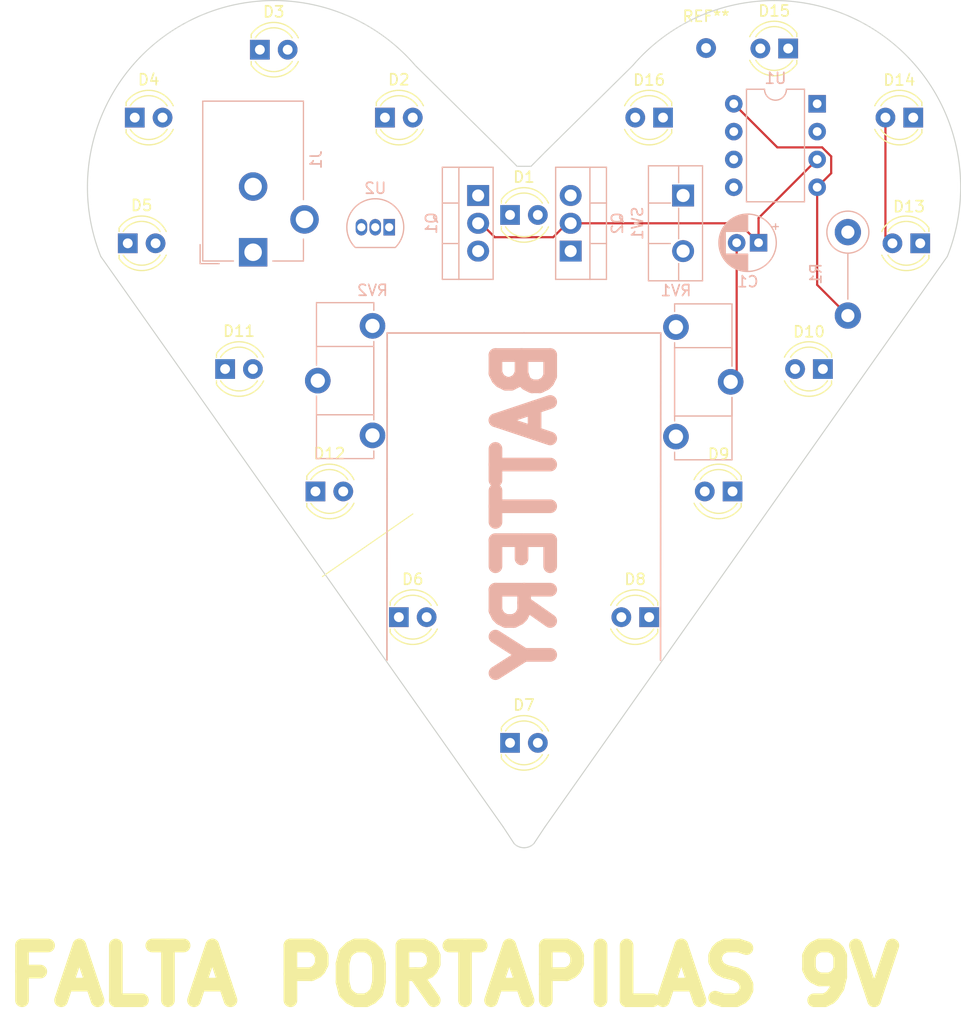
<source format=kicad_pcb>
(kicad_pcb (version 20221018) (generator pcbnew)
  (layers (0 "F.Cu" signal) (31 "B.Cu" signal) (34 "B.Paste" user) (35 "F.Paste" user) (36 "B.SilkS" user "B.Silkscreen") (37 "F.SilkS" user "F.Silkscreen") (38 "B.Mask" user) (39 "F.Mask" user) (44 "Edge.Cuts" user))
  (net 0 "")
  (net 1 "Net-(D1-K)")
  (net 2 "Net-(D1-A)")
  (net 3 "Net-(D2-K)")
  (net 4 "Net-(D3-K)")
  (net 5 "Net-(D4-K)")
  (net 6 "Net-(D5-K)")
  (net 7 "Net-(D10-A)")
  (net 8 "Net-(U2-VI)")
  (net 9 "Net-(SW2-A)")
  (net 14 "Net-(D11-K)")
  (net 15 "Net-(D12-K)")
  (net 16 "Net-(SW2-B)")
  (net 17 "Net-(D15-K)")
  (net 18 "Net-(D15-A)")
  (net 19 "Net-(D16-K)")
  (net 20 "Net-(D16-A)")
  (net 43 "Net-(SW1-A)")
  (footprint "LED_THT:LED_D4.0mm" (layer "F.Cu") (at 125.09 84.94)
    (fp_text reference "D12" (at 1.27 -3.46) (layer "F.SilkS"))
    (fp_text value "LED")
    (fp_line (start -0.79 -1.399) (end -0.79 -1.08) (stroke (width 0.12)) (layer "F.SilkS"))
    (fp_line (start -0.79 1.08) (end -0.79 1.399) (stroke (width 0.12)) (layer "F.SilkS"))
    (fp_arc (start -0.79 -1.398749) (mid 1.453519 -2.483228) (end 3.513242 -1.080724) (stroke (width 0.12)) (layer "F.SilkS"))
    (fp_arc (start -0.41333 -1.08) (mid 1.269429 -2) (end 2.952713 -1.080961) (stroke (width 0.12)) (layer "F.SilkS"))
    (fp_arc (start 2.952713 1.080961) (mid 1.269429 2) (end -0.41333 1.08) (stroke (width 0.12)) (layer "F.SilkS"))
    (fp_arc (start 3.513242 1.080724) (mid 1.453519 2.483228) (end -0.79 1.398749) (stroke (width 0.12)) (layer "F.SilkS"))
    (pad "1" thru_hole rect (at 0 0) (size 1.8 1.8) (drill 0.9) (layers "*.Cu" "*.Mask") (net 15 "Net-(D12-K)"))
    (pad "2" thru_hole circle (at 2.54 0) (size 1.8 1.8) (drill 0.9) (layers "*.Cu" "*.Mask") (net 2 "Net-(D1-A)"))
  )
  (footprint "LED_THT:LED_D4.0mm" (layer "F.Cu") (at 163.2 84.94 180)
    (fp_text reference "D9" (at 1.27 3.406) (layer "F.SilkS"))
    (fp_text value "LED")
    (fp_line (start -0.79 -1.399) (end -0.79 -1.08) (stroke (width 0.12)) (layer "F.SilkS"))
    (fp_line (start -0.79 1.08) (end -0.79 1.399) (stroke (width 0.12)) (layer "F.SilkS"))
    (fp_arc (start -0.79 -1.398749) (mid 1.453519 -2.483228) (end 3.513242 -1.080724) (stroke (width 0.12)) (layer "F.SilkS"))
    (fp_arc (start -0.41333 -1.08) (mid 1.269429 -2) (end 2.952713 -1.080961) (stroke (width 0.12)) (layer "F.SilkS"))
    (fp_arc (start 2.952713 1.080961) (mid 1.269429 2) (end -0.41333 1.08) (stroke (width 0.12)) (layer "F.SilkS"))
    (fp_arc (start 3.513242 1.080724) (mid 1.453519 2.483228) (end -0.79 1.398749) (stroke (width 0.12)) (layer "F.SilkS"))
    (pad "1" thru_hole rect (at 0 0 180) (size 1.8 1.8) (drill 0.9) (layers "*.Cu" "*.Mask") (net 6 "Net-(D5-K)"))
    (pad "2" thru_hole circle (at 2.54 0 180) (size 1.8 1.8) (drill 0.9) (layers "*.Cu" "*.Mask") (net 7 "Net-(D10-A)"))
  )
  (footprint "LED_THT:LED_D4.0mm" (layer "F.Cu") (at 132.71 96.42)
    (fp_text reference "D6" (at 1.27 -3.46) (layer "F.SilkS"))
    (fp_text value "LED")
    (fp_line (start -0.79 -1.399) (end -0.79 -1.08) (stroke (width 0.12)) (layer "F.SilkS"))
    (fp_line (start -0.79 1.08) (end -0.79 1.399) (stroke (width 0.12)) (layer "F.SilkS"))
    (fp_arc (start -0.79 -1.398749) (mid 1.453519 -2.483228) (end 3.513242 -1.080724) (stroke (width 0.12)) (layer "F.SilkS"))
    (fp_arc (start -0.41333 -1.08) (mid 1.269429 -2) (end 2.952713 -1.080961) (stroke (width 0.12)) (layer "F.SilkS"))
    (fp_arc (start 2.952713 1.080961) (mid 1.269429 2) (end -0.41333 1.08) (stroke (width 0.12)) (layer "F.SilkS"))
    (fp_arc (start 3.513242 1.080724) (mid 1.453519 2.483228) (end -0.79 1.398749) (stroke (width 0.12)) (layer "F.SilkS"))
    (pad "1" thru_hole rect (at 0 0) (size 1.8 1.8) (drill 0.9) (layers "*.Cu" "*.Mask") (net 5 "Net-(D4-K)"))
    (pad "2" thru_hole circle (at 2.54 0) (size 1.8 1.8) (drill 0.9) (layers "*.Cu" "*.Mask") (net 7 "Net-(D10-A)"))
  )
  (footprint "LED_THT:LED_D4.0mm" (layer "F.Cu") (at 142.87 59.69)
    (fp_text reference "D1" (at 1.27 -3.46) (layer "F.SilkS"))
    (fp_text value "LED")
    (fp_line (start -0.79 -1.399) (end -0.79 -1.08) (stroke (width 0.12)) (layer "F.SilkS"))
    (fp_line (start -0.79 1.08) (end -0.79 1.399) (stroke (width 0.12)) (layer "F.SilkS"))
    (fp_arc (start -0.79 -1.398749) (mid 1.453519 -2.483228) (end 3.513242 -1.080724) (stroke (width 0.12)) (layer "F.SilkS"))
    (fp_arc (start -0.41333 -1.08) (mid 1.269429 -2) (end 2.952713 -1.080961) (stroke (width 0.12)) (layer "F.SilkS"))
    (fp_arc (start 2.952713 1.080961) (mid 1.269429 2) (end -0.41333 1.08) (stroke (width 0.12)) (layer "F.SilkS"))
    (fp_arc (start 3.513242 1.080724) (mid 1.453519 2.483228) (end -0.79 1.398749) (stroke (width 0.12)) (layer "F.SilkS"))
    (pad "1" thru_hole rect (at 0 0) (size 1.8 1.8) (drill 0.9) (layers "*.Cu" "*.Mask"))
    (pad "2" thru_hole circle (at 2.54 0) (size 1.8 1.8) (drill 0.9) (layers "*.Cu" "*.Mask"))
  )
  (footprint "LED_THT:LED_D4.0mm" (layer "F.Cu") (at 107.94 62.28)
    (fp_text reference "D5" (at 1.27 -3.46) (layer "F.SilkS"))
    (fp_text value "LED")
    (fp_line (start -0.79 -1.399) (end -0.79 -1.08) (stroke (width 0.12)) (layer "F.SilkS"))
    (fp_line (start -0.79 1.08) (end -0.79 1.399) (stroke (width 0.12)) (layer "F.SilkS"))
    (fp_arc (start -0.79 -1.398749) (mid 1.453519 -2.483228) (end 3.513242 -1.080724) (stroke (width 0.12)) (layer "F.SilkS"))
    (fp_arc (start -0.41333 -1.08) (mid 1.269429 -2) (end 2.952713 -1.080961) (stroke (width 0.12)) (layer "F.SilkS"))
    (fp_arc (start 2.952713 1.080961) (mid 1.269429 2) (end -0.41333 1.08) (stroke (width 0.12)) (layer "F.SilkS"))
    (fp_arc (start 3.513242 1.080724) (mid 1.453519 2.483228) (end -0.79 1.398749) (stroke (width 0.12)) (layer "F.SilkS"))
    (pad "1" thru_hole rect (at 0 0) (size 1.8 1.8) (drill 0.9) (layers "*.Cu" "*.Mask") (net 6 "Net-(D5-K)"))
    (pad "2" thru_hole circle (at 2.54 0) (size 1.8 1.8) (drill 0.9) (layers "*.Cu" "*.Mask") (net 2 "Net-(D1-A)"))
  )
  (footprint "LED_THT:LED_D4.0mm" (layer "F.Cu") (at 156.85 50.8 180)
    (fp_text reference "D16" (at 1.27 3.429) (layer "F.SilkS"))
    (fp_text value "LED")
    (fp_line (start -0.79 -1.399) (end -0.79 -1.08) (stroke (width 0.12)) (layer "F.SilkS"))
    (fp_line (start -0.79 1.08) (end -0.79 1.399) (stroke (width 0.12)) (layer "F.SilkS"))
    (fp_arc (start -0.79 -1.398749) (mid 1.453519 -2.483228) (end 3.513242 -1.080724) (stroke (width 0.12)) (layer "F.SilkS"))
    (fp_arc (start -0.41333 -1.08) (mid 1.269429 -2) (end 2.952713 -1.080961) (stroke (width 0.12)) (layer "F.SilkS"))
    (fp_arc (start 2.952713 1.080961) (mid 1.269429 2) (end -0.41333 1.08) (stroke (width 0.12)) (layer "F.SilkS"))
    (fp_arc (start 3.513242 1.080724) (mid 1.453519 2.483228) (end -0.79 1.398749) (stroke (width 0.12)) (layer "F.SilkS"))
    (pad "1" thru_hole rect (at 0 0 180) (size 1.8 1.8) (drill 0.9) (layers "*.Cu" "*.Mask") (net 19 "Net-(D16-K)"))
    (pad "2" thru_hole circle (at 2.54 0 180) (size 1.8 1.8) (drill 0.9) (layers "*.Cu" "*.Mask") (net 20 "Net-(D16-A)"))
  )
  (footprint "LED_THT:LED_D4.0mm" (layer "F.Cu") (at 120.01 44.6)
    (fp_text reference "D3" (at 1.27 -3.46) (layer "F.SilkS"))
    (fp_text value "LED")
    (fp_line (start -0.79 -1.399) (end -0.79 -1.08) (stroke (width 0.12)) (layer "F.SilkS"))
    (fp_line (start -0.79 1.08) (end -0.79 1.399) (stroke (width 0.12)) (layer "F.SilkS"))
    (fp_arc (start -0.79 -1.398749) (mid 1.453519 -2.483228) (end 3.513242 -1.080724) (stroke (width 0.12)) (layer "F.SilkS"))
    (fp_arc (start -0.41333 -1.08) (mid 1.269429 -2) (end 2.952713 -1.080961) (stroke (width 0.12)) (layer "F.SilkS"))
    (fp_arc (start 2.952713 1.080961) (mid 1.269429 2) (end -0.41333 1.08) (stroke (width 0.12)) (layer "F.SilkS"))
    (fp_arc (start 3.513242 1.080724) (mid 1.453519 2.483228) (end -0.79 1.398749) (stroke (width 0.12)) (layer "F.SilkS"))
    (pad "1" thru_hole rect (at 0 0) (size 1.8 1.8) (drill 0.9) (layers "*.Cu" "*.Mask") (net 4 "Net-(D3-K)"))
    (pad "2" thru_hole circle (at 2.54 0) (size 1.8 1.8) (drill 0.9) (layers "*.Cu" "*.Mask") (net 2 "Net-(D1-A)"))
  )
  (footprint "LED_THT:LED_D4.0mm" (layer "F.Cu") (at 142.87 107.9)
    (fp_text reference "D7" (at 1.27 -3.46) (layer "F.SilkS"))
    (fp_text value "LED")
    (fp_line (start -0.79 -1.399) (end -0.79 -1.08) (stroke (width 0.12)) (layer "F.SilkS"))
    (fp_line (start -0.79 1.08) (end -0.79 1.399) (stroke (width 0.12)) (layer "F.SilkS"))
    (fp_arc (start -0.79 -1.398749) (mid 1.453519 -2.483228) (end 3.513242 -1.080724) (stroke (width 0.12)) (layer "F.SilkS"))
    (fp_arc (start -0.41333 -1.08) (mid 1.269429 -2) (end 2.952713 -1.080961) (stroke (width 0.12)) (layer "F.SilkS"))
    (fp_arc (start 2.952713 1.080961) (mid 1.269429 2) (end -0.41333 1.08) (stroke (width 0.12)) (layer "F.SilkS"))
    (fp_arc (start 3.513242 1.080724) (mid 1.453519 2.483228) (end -0.79 1.398749) (stroke (width 0.12)) (layer "F.SilkS"))
    (pad "1" thru_hole rect (at 0 0) (size 1.8 1.8) (drill 0.9) (layers "*.Cu" "*.Mask") (net 4 "Net-(D3-K)"))
    (pad "2" thru_hole circle (at 2.54 0) (size 1.8 1.8) (drill 0.9) (layers "*.Cu" "*.Mask") (net 7 "Net-(D10-A)"))
  )
  (footprint "LED_THT:LED_D4.0mm" (layer "F.Cu") (at 168.28 44.49 180)
    (fp_text reference "D15" (at 1.27 3.429) (layer "F.SilkS"))
    (fp_text value "LED")
    (fp_line (start -0.79 -1.399) (end -0.79 -1.08) (stroke (width 0.12)) (layer "F.SilkS"))
    (fp_line (start -0.79 1.08) (end -0.79 1.399) (stroke (width 0.12)) (layer "F.SilkS"))
    (fp_arc (start -0.79 -1.398749) (mid 1.453519 -2.483228) (end 3.513242 -1.080724) (stroke (width 0.12)) (layer "F.SilkS"))
    (fp_arc (start -0.41333 -1.08) (mid 1.269429 -2) (end 2.952713 -1.080961) (stroke (width 0.12)) (layer "F.SilkS"))
    (fp_arc (start 2.952713 1.080961) (mid 1.269429 2) (end -0.41333 1.08) (stroke (width 0.12)) (layer "F.SilkS"))
    (fp_arc (start 3.513242 1.080724) (mid 1.453519 2.483228) (end -0.79 1.398749) (stroke (width 0.12)) (layer "F.SilkS"))
    (pad "1" thru_hole rect (at 0 0 180) (size 1.8 1.8) (drill 0.9) (layers "*.Cu" "*.Mask") (net 17 "Net-(D15-K)"))
    (pad "2" thru_hole circle (at 2.54 0 180) (size 1.8 1.8) (drill 0.9) (layers "*.Cu" "*.Mask") (net 18 "Net-(D15-A)"))
  )
  (footprint "MountingHole:MountingHole_2.2mm_M2_DIN965_Pad" (layer "F.Cu") (at 160.782 44.45)
    (fp_text reference "REF**" (at 0 -2.9) (layer "F.SilkS"))
    (fp_text value "MountingHole_2.2mm_M2_DIN965_Pad")
    (pad "1" thru_hole circle (at 0 0) (size 1.8 1.8) (drill 0.9) (layers "*.Cu" "*.Mask"))
  )
  (footprint "LED_THT:LED_D4.0mm" (layer "F.Cu") (at 131.44 50.8)
    (fp_text reference "D2" (at 1.27 -3.46) (layer "F.SilkS"))
    (fp_text value "LED")
    (fp_line (start -0.79 -1.399) (end -0.79 -1.08) (stroke (width 0.12)) (layer "F.SilkS"))
    (fp_line (start -0.79 1.08) (end -0.79 1.399) (stroke (width 0.12)) (layer "F.SilkS"))
    (fp_arc (start -0.79 -1.398749) (mid 1.453519 -2.483228) (end 3.513242 -1.080724) (stroke (width 0.12)) (layer "F.SilkS"))
    (fp_arc (start -0.41333 -1.08) (mid 1.269429 -2) (end 2.952713 -1.080961) (stroke (width 0.12)) (layer "F.SilkS"))
    (fp_arc (start 2.952713 1.080961) (mid 1.269429 2) (end -0.41333 1.08) (stroke (width 0.12)) (layer "F.SilkS"))
    (fp_arc (start 3.513242 1.080724) (mid 1.453519 2.483228) (end -0.79 1.398749) (stroke (width 0.12)) (layer "F.SilkS"))
    (pad "1" thru_hole rect (at 0 0) (size 1.8 1.8) (drill 0.9) (layers "*.Cu" "*.Mask") (net 3 "Net-(D2-K)"))
    (pad "2" thru_hole circle (at 2.54 0) (size 1.8 1.8) (drill 0.9) (layers "*.Cu" "*.Mask") (net 2 "Net-(D1-A)"))
  )
  (footprint "LED_THT:LED_D4.0mm" (layer "F.Cu") (at 180.35 62.28 180)
    (fp_text reference "D13" (at 1.026 3.352) (layer "F.SilkS"))
    (fp_text value "LED")
    (fp_line (start -0.79 -1.399) (end -0.79 -1.08) (stroke (width 0.12)) (layer "F.SilkS"))
    (fp_line (start -0.79 1.08) (end -0.79 1.399) (stroke (width 0.12)) (layer "F.SilkS"))
    (fp_arc (start -0.79 -1.398749) (mid 1.453519 -2.483228) (end 3.513242 -1.080724) (stroke (width 0.12)) (layer "F.SilkS"))
    (fp_arc (start -0.41333 -1.08) (mid 1.269429 -2) (end 2.952713 -1.080961) (stroke (width 0.12)) (layer "F.SilkS"))
    (fp_arc (start 2.952713 1.080961) (mid 1.269429 2) (end -0.41333 1.08) (stroke (width 0.12)) (layer "F.SilkS"))
    (fp_arc (start 3.513242 1.080724) (mid 1.453519 2.483228) (end -0.79 1.398749) (stroke (width 0.12)) (layer "F.SilkS"))
    (pad "1" thru_hole rect (at 0 0 180) (size 1.8 1.8) (drill 0.9) (layers "*.Cu" "*.Mask") (net 14 "Net-(D11-K)"))
    (pad "2" thru_hole circle (at 2.54 0 180) (size 1.8 1.8) (drill 0.9) (layers "*.Cu" "*.Mask") (net 7 "Net-(D10-A)"))
  )
  (footprint "LED_THT:LED_D4.0mm" (layer "F.Cu") (at 116.835 73.76)
    (fp_text reference "D11" (at 1.27 -3.46) (layer "F.SilkS"))
    (fp_text value "LED")
    (fp_line (start -0.79 -1.399) (end -0.79 -1.08) (stroke (width 0.12)) (layer "F.SilkS"))
    (fp_line (start -0.79 1.08) (end -0.79 1.399) (stroke (width 0.12)) (layer "F.SilkS"))
    (fp_arc (start -0.79 -1.398749) (mid 1.453519 -2.483228) (end 3.513242 -1.080724) (stroke (width 0.12)) (layer "F.SilkS"))
    (fp_arc (start -0.41333 -1.08) (mid 1.269429 -2) (end 2.952713 -1.080961) (stroke (width 0.12)) (layer "F.SilkS"))
    (fp_arc (start 2.952713 1.080961) (mid 1.269429 2) (end -0.41333 1.08) (stroke (width 0.12)) (layer "F.SilkS"))
    (fp_arc (start 3.513242 1.080724) (mid 1.453519 2.483228) (end -0.79 1.398749) (stroke (width 0.12)) (layer "F.SilkS"))
    (pad "1" thru_hole rect (at 0 0) (size 1.8 1.8) (drill 0.9) (layers "*.Cu" "*.Mask") (net 14 "Net-(D11-K)"))
    (pad "2" thru_hole circle (at 2.54 0) (size 1.8 1.8) (drill 0.9) (layers "*.Cu" "*.Mask") (net 2 "Net-(D1-A)"))
  )
  (footprint "LED_THT:LED_D4.0mm" (layer "F.Cu") (at 155.58 96.42 180)
    (fp_text reference "D8" (at 1.28 3.456) (layer "F.SilkS"))
    (fp_text value "LED")
    (fp_line (start -0.79 -1.399) (end -0.79 -1.08) (stroke (width 0.12)) (layer "F.SilkS"))
    (fp_line (start -0.79 1.08) (end -0.79 1.399) (stroke (width 0.12)) (layer "F.SilkS"))
    (fp_arc (start -0.79 -1.398749) (mid 1.453519 -2.483228) (end 3.513242 -1.080724) (stroke (width 0.12)) (layer "F.SilkS"))
    (fp_arc (start -0.41333 -1.08) (mid 1.269429 -2) (end 2.952713 -1.080961) (stroke (width 0.12)) (layer "F.SilkS"))
    (fp_arc (start 2.952713 1.080961) (mid 1.269429 2) (end -0.41333 1.08) (stroke (width 0.12)) (layer "F.SilkS"))
    (fp_arc (start 3.513242 1.080724) (mid 1.453519 2.483228) (end -0.79 1.398749) (stroke (width 0.12)) (layer "F.SilkS"))
    (pad "1" thru_hole rect (at 0 0 180) (size 1.8 1.8) (drill 0.9) (layers "*.Cu" "*.Mask") (net 3 "Net-(D2-K)"))
    (pad "2" thru_hole circle (at 2.54 0 180) (size 1.8 1.8) (drill 0.9) (layers "*.Cu" "*.Mask") (net 7 "Net-(D10-A)"))
  )
  (footprint "LED_THT:LED_D4.0mm" (layer "F.Cu") (at 171.455 73.76 180)
    (fp_text reference "D10" (at 1.27 3.402) (layer "F.SilkS"))
    (fp_text value "LED")
    (fp_line (start -0.79 -1.399) (end -0.79 -1.08) (stroke (width 0.12)) (layer "F.SilkS"))
    (fp_line (start -0.79 1.08) (end -0.79 1.399) (stroke (width 0.12)) (layer "F.SilkS"))
    (fp_arc (start -0.79 -1.398749) (mid 1.453519 -2.483228) (end 3.513242 -1.080724) (stroke (width 0.12)) (layer "F.SilkS"))
    (fp_arc (start -0.41333 -1.08) (mid 1.269429 -2) (end 2.952713 -1.080961) (stroke (width 0.12)) (layer "F.SilkS"))
    (fp_arc (start 2.952713 1.080961) (mid 1.269429 2) (end -0.41333 1.08) (stroke (width 0.12)) (layer "F.SilkS"))
    (fp_arc (start 3.513242 1.080724) (mid 1.453519 2.483228) (end -0.79 1.398749) (stroke (width 0.12)) (layer "F.SilkS"))
    (pad "1" thru_hole rect (at 0 0 180) (size 1.8 1.8) (drill 0.9) (layers "*.Cu" "*.Mask") (net 1 "Net-(D1-K)"))
    (pad "2" thru_hole circle (at 2.54 0 180) (size 1.8 1.8) (drill 0.9) (layers "*.Cu" "*.Mask") (net 7 "Net-(D10-A)"))
  )
  (footprint "LED_THT:LED_D4.0mm" (layer "F.Cu") (at 179.71 50.8 180)
    (fp_text reference "D14" (at 1.27 3.429) (layer "F.SilkS"))
    (fp_text value "LED")
    (fp_line (start -0.79 -1.399) (end -0.79 -1.08) (stroke (width 0.12)) (layer "F.SilkS"))
    (fp_line (start -0.79 1.08) (end -0.79 1.399) (stroke (width 0.12)) (layer "F.SilkS"))
    (fp_arc (start -0.79 -1.398749) (mid 1.453519 -2.483228) (end 3.513242 -1.080724) (stroke (width 0.12)) (layer "F.SilkS"))
    (fp_arc (start -0.41333 -1.08) (mid 1.269429 -2) (end 2.952713 -1.080961) (stroke (width 0.12)) (layer "F.SilkS"))
    (fp_arc (start 2.952713 1.080961) (mid 1.269429 2) (end -0.41333 1.08) (stroke (width 0.12)) (layer "F.SilkS"))
    (fp_arc (start 3.513242 1.080724) (mid 1.453519 2.483228) (end -0.79 1.398749) (stroke (width 0.12)) (layer "F.SilkS"))
    (pad "1" thru_hole rect (at 0 0 180) (size 1.8 1.8) (drill 0.9) (layers "*.Cu" "*.Mask") (net 15 "Net-(D12-K)"))
    (pad "2" thru_hole circle (at 2.54 0 180) (size 1.8 1.8) (drill 0.9) (layers "*.Cu" "*.Mask") (net 7 "Net-(D10-A)"))
  )
  (footprint "LED_THT:LED_D4.0mm" (layer "F.Cu") (at 108.58 50.8)
    (fp_text reference "D4" (at 1.27 -3.46) (layer "F.SilkS"))
    (fp_text value "LED")
    (fp_line (start -0.79 -1.399) (end -0.79 -1.08) (stroke (width 0.12)) (layer "F.SilkS"))
    (fp_line (start -0.79 1.08) (end -0.79 1.399) (stroke (width 0.12)) (layer "F.SilkS"))
    (fp_arc (start -0.79 -1.398749) (mid 1.453519 -2.483228) (end 3.513242 -1.080724) (stroke (width 0.12)) (layer "F.SilkS"))
    (fp_arc (start -0.41333 -1.08) (mid 1.269429 -2) (end 2.952713 -1.080961) (stroke (width 0.12)) (layer "F.SilkS"))
    (fp_arc (start 2.952713 1.080961) (mid 1.269429 2) (end -0.41333 1.08) (stroke (width 0.12)) (layer "F.SilkS"))
    (fp_arc (start 3.513242 1.080724) (mid 1.453519 2.483228) (end -0.79 1.398749) (stroke (width 0.12)) (layer "F.SilkS"))
    (pad "1" thru_hole rect (at 0 0) (size 1.8 1.8) (drill 0.9) (layers "*.Cu" "*.Mask") (net 5 "Net-(D4-K)"))
    (pad "2" thru_hole circle (at 2.54 0) (size 1.8 1.8) (drill 0.9) (layers "*.Cu" "*.Mask") (net 2 "Net-(D1-A)"))
  )
  (footprint "Package_TO_SOT_THT:TO-92_Inline" (layer "B.Cu") (at 131.826 60.812 180)
    (fp_text reference "U2" (at 1.27 3.56) (layer "B.SilkS") (effects (justify mirror)))
    (fp_text value "L78L05_TO92")
    (fp_line (start -0.53 -1.85) (end 3.07 -1.85) (stroke (width 0.12)) (layer "B.SilkS"))
    (fp_arc (start 1.27 2.6) (mid -1.132087 0.994977) (end -0.568478 -1.838478) (stroke (width 0.12)) (layer "B.SilkS"))
    (fp_arc (start 3.108478 -1.838478) (mid 3.672087 0.994977) (end 1.27 2.6) (stroke (width 0.12)) (layer "B.SilkS"))
    (pad "1" thru_hole rect (at 0 0 180) (size 1.05 1.5) (drill 0.75) (layers "*.Cu" "*.Mask") (net 43 "Net-(SW1-A)"))
    (pad "2" thru_hole oval (at 1.27 0 180) (size 1.05 1.5) (drill 0.75) (layers "*.Cu" "*.Mask"))
    (pad "3" thru_hole oval (at 2.54 0 180) (size 1.05 1.5) (drill 0.75) (layers "*.Cu" "*.Mask"))
  )
  (footprint "Package_TO_SOT_THT:TO-220-3_Vertical" (layer "B.Cu") (at 139.954 57.912 -90)
    (fp_text reference "Q1" (at 2.54 4.27 90) (layer "B.SilkS") (effects (justify mirror)))
    (fp_text value "NMOS")
    (fp_line (start -2.58 -1.371) (end 7.66 -1.371) (stroke (width 0.12)) (layer "B.SilkS"))
    (fp_line (start -2.58 1.76) (end 7.66 1.76) (stroke (width 0.12)) (layer "B.SilkS"))
    (fp_line (start -2.58 3.27) (end -2.58 -1.371) (stroke (width 0.12)) (layer "B.SilkS"))
    (fp_line (start -2.58 3.27) (end 7.66 3.27) (stroke (width 0.12)) (layer "B.SilkS"))
    (fp_line (start 0.69 3.27) (end 0.69 1.76) (stroke (width 0.12)) (layer "B.SilkS"))
    (fp_line (start 4.391 3.27) (end 4.391 1.76) (stroke (width 0.12)) (layer "B.SilkS"))
    (fp_line (start 7.66 3.27) (end 7.66 -1.371) (stroke (width 0.12)) (layer "B.SilkS"))
    (pad "1" thru_hole rect (at 0 0 270) (size 1.905 2) (drill 1.1) (layers "*.Cu" "*.Mask"))
    (pad "2" thru_hole oval (at 2.54 0 270) (size 1.905 2) (drill 1.1) (layers "*.Cu" "*.Mask"))
    (pad "3" thru_hole oval (at 5.08 0 270) (size 1.905 2) (drill 1.1) (layers "*.Cu" "*.Mask"))
  )
  (footprint "Resistor_THT:R_Axial_DIN0411_L9.9mm_D3.6mm_P7.62mm_Vertical" (layer "B.Cu") (at 173.736 61.26 -90)
    (fp_text reference "R1" (at 3.81 2.92 -270) (layer "B.SilkS") (effects (justify mirror)))
    (fp_text value "R")
    (fp_line (start 1.92 0) (end 6.12 0) (stroke (width 0.12)) (layer "B.SilkS"))
    (fp_circle (center 0 0) (end 1.92 0) (stroke (width 0.12)) (fill none) (layer "B.SilkS"))
    (pad "1" thru_hole circle (at 0 0 270) (size 2.4 2.4) (drill 1.2) (layers "*.Cu" "*.Mask"))
    (pad "2" thru_hole oval (at 7.62 0 270) (size 2.4 2.4) (drill 1.2) (layers "*.Cu" "*.Mask"))
  )
  (footprint "Connector_BarrelJack:BarrelJack_CUI_PJ-102AH_Horizontal" (layer "B.Cu") (at 119.392 63.096)
    (fp_text reference "J1" (at 5.75 -8.45 90) (layer "B.SilkS") (effects (justify mirror)))
    (fp_text value "Jack-DC")
    (fp_line (start -4.84 -0.7) (end -4.84 1.04) (stroke (width 0.12)) (layer "B.SilkS"))
    (fp_line (start -4.84 1.04) (end -3.1 1.04) (stroke (width 0.12)) (layer "B.SilkS"))
    (fp_line (start -4.6 -13.8) (end -4.6 0.8) (stroke (width 0.12)) (layer "B.SilkS"))
    (fp_line (start -4.6 0.8) (end -1.8 0.8) (stroke (width 0.12)) (layer "B.SilkS"))
    (fp_line (start 1.8 0.8) (end 4.6 0.8) (stroke (width 0.12)) (layer "B.SilkS"))
    (fp_line (start 4.6 -13.8) (end -4.6 -13.8) (stroke (width 0.12)) (layer "B.SilkS"))
    (fp_line (start 4.6 -4.8) (end 4.6 -13.8) (stroke (width 0.12)) (layer "B.SilkS"))
    (fp_line (start 4.6 0.8) (end 4.6 -1.2) (stroke (width 0.12)) (layer "B.SilkS"))
    (pad "1" thru_hole rect (at 0 0) (size 2.6 2.6) (drill 1.6) (layers "*.Cu" "*.Mask") (net 8 "Net-(U2-VI)"))
    (pad "2" thru_hole circle (at 0 -6) (size 2.6 2.6) (drill 1.6) (layers "*.Cu" "*.Mask") (net 1 "Net-(D1-K)"))
    (pad "3" thru_hole circle (at 4.7 -3) (size 2.6 2.6) (drill 1.6) (layers "*.Cu" "*.Mask"))
  )
  (footprint "Capacitor_THT:CP_Radial_D5.0mm_P2.00mm" (layer "B.Cu") (at 165.576 62.23 180)
    (fp_text reference "C1" (at 0.984 -3.556) (layer "B.SilkS") (effects (justify mirror)))
    (fp_text value "C_Polarized")
    (fp_line (start -1.804775 1.475) (end -1.304775 1.475) (stroke (width 0.12)) (layer "B.SilkS"))
    (fp_line (start -1.554775 1.725) (end -1.554775 1.225) (stroke (width 0.12)) (layer "B.SilkS"))
    (fp_line (start 1 -1.04) (end 1 -2.58) (stroke (width 0.12)) (layer "B.SilkS"))
    (fp_line (start 1 2.58) (end 1 1.04) (stroke (width 0.12)) (layer "B.SilkS"))
    (fp_line (start 1.04 -1.04) (end 1.04 -2.58) (stroke (width 0.12)) (layer "B.SilkS"))
    (fp_line (start 1.04 2.58) (end 1.04 1.04) (stroke (width 0.12)) (layer "B.SilkS"))
    (fp_line (start 1.08 -1.04) (end 1.08 -2.579) (stroke (width 0.12)) (layer "B.SilkS"))
    (fp_line (start 1.08 2.579) (end 1.08 1.04) (stroke (width 0.12)) (layer "B.SilkS"))
    (fp_line (start 1.12 -1.04) (end 1.12 -2.578) (stroke (width 0.12)) (layer "B.SilkS"))
    (fp_line (start 1.12 2.578) (end 1.12 1.04) (stroke (width 0.12)) (layer "B.SilkS"))
    (fp_line (start 1.16 -1.04) (end 1.16 -2.576) (stroke (width 0.12)) (layer "B.SilkS"))
    (fp_line (start 1.16 2.576) (end 1.16 1.04) (stroke (width 0.12)) (layer "B.SilkS"))
    (fp_line (start 1.2 -1.04) (end 1.2 -2.573) (stroke (width 0.12)) (layer "B.SilkS"))
    (fp_line (start 1.2 2.573) (end 1.2 1.04) (stroke (width 0.12)) (layer "B.SilkS"))
    (fp_line (start 1.24 -1.04) (end 1.24 -2.569) (stroke (width 0.12)) (layer "B.SilkS"))
    (fp_line (start 1.24 2.569) (end 1.24 1.04) (stroke (width 0.12)) (layer "B.SilkS"))
    (fp_line (start 1.28 -1.04) (end 1.28 -2.565) (stroke (width 0.12)) (layer "B.SilkS"))
    (fp_line (start 1.28 2.565) (end 1.28 1.04) (stroke (width 0.12)) (layer "B.SilkS"))
    (fp_line (start 1.32 -1.04) (end 1.32 -2.561) (stroke (width 0.12)) (layer "B.SilkS"))
    (fp_line (start 1.32 2.561) (end 1.32 1.04) (stroke (width 0.12)) (layer "B.SilkS"))
    (fp_line (start 1.36 -1.04) (end 1.36 -2.556) (stroke (width 0.12)) (layer "B.SilkS"))
    (fp_line (start 1.36 2.556) (end 1.36 1.04) (stroke (width 0.12)) (layer "B.SilkS"))
    (fp_line (start 1.4 -1.04) (end 1.4 -2.55) (stroke (width 0.12)) (layer "B.SilkS"))
    (fp_line (start 1.4 2.55) (end 1.4 1.04) (stroke (width 0.12)) (layer "B.SilkS"))
    (fp_line (start 1.44 -1.04) (end 1.44 -2.543) (stroke (width 0.12)) (layer "B.SilkS"))
    (fp_line (start 1.44 2.543) (end 1.44 1.04) (stroke (width 0.12)) (layer "B.SilkS"))
    (fp_line (start 1.48 -1.04) (end 1.48 -2.536) (stroke (width 0.12)) (layer "B.SilkS"))
    (fp_line (start 1.48 2.536) (end 1.48 1.04) (stroke (width 0.12)) (layer "B.SilkS"))
    (fp_line (start 1.52 -1.04) (end 1.52 -2.528) (stroke (width 0.12)) (layer "B.SilkS"))
    (fp_line (start 1.52 2.528) (end 1.52 1.04) (stroke (width 0.12)) (layer "B.SilkS"))
    (fp_line (start 1.56 -1.04) (end 1.56 -2.52) (stroke (width 0.12)) (layer "B.SilkS"))
    (fp_line (start 1.56 2.52) (end 1.56 1.04) (stroke (width 0.12)) (layer "B.SilkS"))
    (fp_line (start 1.6 -1.04) (end 1.6 -2.511) (stroke (width 0.12)) (layer "B.SilkS"))
    (fp_line (start 1.6 2.511) (end 1.6 1.04) (stroke (width 0.12)) (layer "B.SilkS"))
    (fp_line (start 1.64 -1.04) (end 1.64 -2.501) (stroke (width 0.12)) (layer "B.SilkS"))
    (fp_line (start 1.64 2.501) (end 1.64 1.04) (stroke (width 0.12)) (layer "B.SilkS"))
    (fp_line (start 1.68 -1.04) (end 1.68 -2.491) (stroke (width 0.12)) (layer "B.SilkS"))
    (fp_line (start 1.68 2.491) (end 1.68 1.04) (stroke (width 0.12)) (layer "B.SilkS"))
    (fp_line (start 1.721 -1.04) (end 1.721 -2.48) (stroke (width 0.12)) (layer "B.SilkS"))
    (fp_line (start 1.721 2.48) (end 1.721 1.04) (stroke (width 0.12)) (layer "B.SilkS"))
    (fp_line (start 1.761 -1.04) (end 1.761 -2.468) (stroke (width 0.12)) (layer "B.SilkS"))
    (fp_line (start 1.761 2.468) (end 1.761 1.04) (stroke (width 0.12)) (layer "B.SilkS"))
    (fp_line (start 1.801 -1.04) (end 1.801 -2.455) (stroke (width 0.12)) (layer "B.SilkS"))
    (fp_line (start 1.801 2.455) (end 1.801 1.04) (stroke (width 0.12)) (layer "B.SilkS"))
    (fp_line (start 1.841 -1.04) (end 1.841 -2.442) (stroke (width 0.12)) (layer "B.SilkS"))
    (fp_line (start 1.841 2.442) (end 1.841 1.04) (stroke (width 0.12)) (layer "B.SilkS"))
    (fp_line (start 1.881 -1.04) (end 1.881 -2.428) (stroke (width 0.12)) (layer "B.SilkS"))
    (fp_line (start 1.881 2.428) (end 1.881 1.04) (stroke (width 0.12)) (layer "B.SilkS"))
    (fp_line (start 1.921 -1.04) (end 1.921 -2.414) (stroke (width 0.12)) (layer "B.SilkS"))
    (fp_line (start 1.921 2.414) (end 1.921 1.04) (stroke (width 0.12)) (layer "B.SilkS"))
    (fp_line (start 1.961 -1.04) (end 1.961 -2.398) (stroke (width 0.12)) (layer "B.SilkS"))
    (fp_line (start 1.961 2.398) (end 1.961 1.04) (stroke (width 0.12)) (layer "B.SilkS"))
    (fp_line (start 2.001 -1.04) (end 2.001 -2.382) (stroke (width 0.12)) (layer "B.SilkS"))
    (fp_line (start 2.001 2.382) (end 2.001 1.04) (stroke (width 0.12)) (layer "B.SilkS"))
    (fp_line (start 2.041 -1.04) (end 2.041 -2.365) (stroke (width 0.12)) (layer "B.SilkS"))
    (fp_line (start 2.041 2.365) (end 2.041 1.04) (stroke (width 0.12)) (layer "B.SilkS"))
    (fp_line (start 2.081 -1.04) (end 2.081 -2.348) (stroke (width 0.12)) (layer "B.SilkS"))
    (fp_line (start 2.081 2.348) (end 2.081 1.04) (stroke (width 0.12)) (layer "B.SilkS"))
    (fp_line (start 2.121 -1.04) (end 2.121 -2.329) (stroke (width 0.12)) (layer "B.SilkS"))
    (fp_line (start 2.121 2.329) (end 2.121 1.04) (stroke (width 0.12)) (layer "B.SilkS"))
    (fp_line (start 2.161 -1.04) (end 2.161 -2.31) (stroke (width 0.12)) (layer "B.SilkS"))
    (fp_line (start 2.161 2.31) (end 2.161 1.04) (stroke (width 0.12)) (layer "B.SilkS"))
    (fp_line (start 2.201 -1.04) (end 2.201 -2.29) (stroke (width 0.12)) (layer "B.SilkS"))
    (fp_line (start 2.201 2.29) (end 2.201 1.04) (stroke (width 0.12)) (layer "B.SilkS"))
    (fp_line (start 2.241 -1.04) (end 2.241 -2.268) (stroke (width 0.12)) (layer "B.SilkS"))
    (fp_line (start 2.241 2.268) (end 2.241 1.04) (stroke (width 0.12)) (layer "B.SilkS"))
    (fp_line (start 2.281 -1.04) (end 2.281 -2.247) (stroke (width 0.12)) (layer "B.SilkS"))
    (fp_line (start 2.281 2.247) (end 2.281 1.04) (stroke (width 0.12)) (layer "B.SilkS"))
    (fp_line (start 2.321 -1.04) (end 2.321 -2.224) (stroke (width 0.12)) (layer "B.SilkS"))
    (fp_line (start 2.321 2.224) (end 2.321 1.04) (stroke (width 0.12)) (layer "B.SilkS"))
    (fp_line (start 2.361 -1.04) (end 2.361 -2.2) (stroke (width 0.12)) (layer "B.SilkS"))
    (fp_line (start 2.361 2.2) (end 2.361 1.04) (stroke (width 0.12)) (layer "B.SilkS"))
    (fp_line (start 2.401 -1.04) (end 2.401 -2.175) (stroke (width 0.12)) (layer "B.SilkS"))
    (fp_line (start 2.401 2.175) (end 2.401 1.04) (stroke (width 0.12)) (layer "B.SilkS"))
    (fp_line (start 2.441 -1.04) (end 2.441 -2.149) (stroke (width 0.12)) (layer "B.SilkS"))
    (fp_line (start 2.441 2.149) (end 2.441 1.04) (stroke (width 0.12)) (layer "B.SilkS"))
    (fp_line (start 2.481 -1.04) (end 2.481 -2.122) (stroke (width 0.12)) (layer "B.SilkS"))
    (fp_line (start 2.481 2.122) (end 2.481 1.04) (stroke (width 0.12)) (layer "B.SilkS"))
    (fp_line (start 2.521 -1.04) (end 2.521 -2.095) (stroke (width 0.12)) (layer "B.SilkS"))
    (fp_line (start 2.521 2.095) (end 2.521 1.04) (stroke (width 0.12)) (layer "B.SilkS"))
    (fp_line (start 2.561 -1.04) (end 2.561 -2.065) (stroke (width 0.12)) (layer "B.SilkS"))
    (fp_line (start 2.561 2.065) (end 2.561 1.04) (stroke (width 0.12)) (layer "B.SilkS"))
    (fp_line (start 2.601 -1.04) (end 2.601 -2.035) (stroke (width 0.12)) (layer "B.SilkS"))
    (fp_line (start 2.601 2.035) (end 2.601 1.04) (stroke (width 0.12)) (layer "B.SilkS"))
    (fp_line (start 2.641 -1.04) (end 2.641 -2.004) (stroke (width 0.12)) (layer "B.SilkS"))
    (fp_line (start 2.641 2.004) (end 2.641 1.04) (stroke (width 0.12)) (layer "B.SilkS"))
    (fp_line (start 2.681 -1.04) (end 2.681 -1.971) (stroke (width 0.12)) (layer "B.SilkS"))
    (fp_line (start 2.681 1.971) (end 2.681 1.04) (stroke (width 0.12)) (layer "B.SilkS"))
    (fp_line (start 2.721 -1.04) (end 2.721 -1.937) (stroke (width 0.12)) (layer "B.SilkS"))
    (fp_line (start 2.721 1.937) (end 2.721 1.04) (stroke (width 0.12)) (layer "B.SilkS"))
    (fp_line (start 2.761 -1.04) (end 2.761 -1.901) (stroke (width 0.12)) (layer "B.SilkS"))
    (fp_line (start 2.761 1.901) (end 2.761 1.04) (stroke (width 0.12)) (layer "B.SilkS"))
    (fp_line (start 2.801 -1.04) (end 2.801 -1.864) (stroke (width 0.12)) (layer "B.SilkS"))
    (fp_line (start 2.801 1.864) (end 2.801 1.04) (stroke (width 0.12)) (layer "B.SilkS"))
    (fp_line (start 2.841 -1.04) (end 2.841 -1.826) (stroke (width 0.12)) (layer "B.SilkS"))
    (fp_line (start 2.841 1.826) (end 2.841 1.04) (stroke (width 0.12)) (layer "B.SilkS"))
    (fp_line (start 2.881 -1.04) (end 2.881 -1.785) (stroke (width 0.12)) (layer "B.SilkS"))
    (fp_line (start 2.881 1.785) (end 2.881 1.04) (stroke (width 0.12)) (layer "B.SilkS"))
    (fp_line (start 2.921 -1.04) (end 2.921 -1.743) (stroke (width 0.12)) (layer "B.SilkS"))
    (fp_line (start 2.921 1.743) (end 2.921 1.04) (stroke (width 0.12)) (layer "B.SilkS"))
    (fp_line (start 2.961 -1.04) (end 2.961 -1.699) (stroke (width 0.12)) (layer "B.SilkS"))
    (fp_line (start 2.961 1.699) (end 2.961 1.04) (stroke (width 0.12)) (layer "B.SilkS"))
    (fp_line (start 3.001 -1.04) (end 3.001 -1.653) (stroke (width 0.12)) (layer "B.SilkS"))
    (fp_line (start 3.001 1.653) (end 3.001 1.04) (stroke (width 0.12)) (layer "B.SilkS"))
    (fp_line (start 3.041 1.605) (end 3.041 -1.605) (stroke (width 0.12)) (layer "B.SilkS"))
    (fp_line (start 3.081 1.554) (end 3.081 -1.554) (stroke (width 0.12)) (layer "B.SilkS"))
    (fp_line (start 3.121 1.5) (end 3.121 -1.5) (stroke (width 0.12)) (layer "B.SilkS"))
    (fp_line (start 3.161 1.443) (end 3.161 -1.443) (stroke (width 0.12)) (layer "B.SilkS"))
    (fp_line (start 3.201 1.383) (end 3.201 -1.383) (stroke (width 0.12)) (layer "B.SilkS"))
    (fp_line (start 3.241 1.319) (end 3.241 -1.319) (stroke (width 0.12)) (layer "B.SilkS"))
    (fp_line (start 3.281 1.251) (end 3.281 -1.251) (stroke (width 0.12)) (layer "B.SilkS"))
    (fp_line (start 3.321 1.178) (end 3.321 -1.178) (stroke (width 0.12)) (layer "B.SilkS"))
    (fp_line (start 3.361 1.098) (end 3.361 -1.098) (stroke (width 0.12)) (layer "B.SilkS"))
    (fp_line (start 3.401 1.011) (end 3.401 -1.011) (stroke (width 0.12)) (layer "B.SilkS"))
    (fp_line (start 3.441 0.915) (end 3.441 -0.915) (stroke (width 0.12)) (layer "B.SilkS"))
    (fp_line (start 3.481 0.805) (end 3.481 -0.805) (stroke (width 0.12)) (layer "B.SilkS"))
    (fp_line (start 3.521 0.677) (end 3.521 -0.677) (stroke (width 0.12)) (layer "B.SilkS"))
    (fp_line (start 3.561 0.518) (end 3.561 -0.518) (stroke (width 0.12)) (layer "B.SilkS"))
    (fp_line (start 3.601 0.284) (end 3.601 -0.284) (stroke (width 0.12)) (layer "B.SilkS"))
    (fp_circle (center 1 0) (end 3.62 0) (stroke (width 0.12)) (fill none) (layer "B.SilkS"))
    (pad "1" thru_hole rect (at 0 0 180) (size 1.6 1.6) (drill 0.8) (layers "*.Cu" "*.Mask"))
    (pad "2" thru_hole circle (at 2 0 180) (size 1.6 1.6) (drill 0.8) (layers "*.Cu" "*.Mask"))
  )
  (footprint "Potentiometer_THT:Potentiometer_ACP_CA14-H5_Horizontal" (layer "B.Cu") (at 130.302 69.82 180)
    (fp_text reference "RV2" (at 0 3.25) (layer "B.SilkS") (effects (justify mirror)))
    (fp_text value "R_Potentiometer")
    (fp_line (start -0.121 -12.12) (end 5.12 -12.12) (stroke (width 0.12)) (layer "B.SilkS"))
    (fp_line (start -0.121 -11.425) (end -0.121 -12.12) (stroke (width 0.12)) (layer "B.SilkS"))
    (fp_line (start -0.121 -8.121) (end 5.12 -8.121) (stroke (width 0.12)) (layer "B.SilkS"))
    (fp_line (start -0.121 -1.88) (end -0.121 -8.121) (stroke (width 0.12)) (layer "B.SilkS"))
    (fp_line (start -0.121 -1.88) (end 5.12 -1.88) (stroke (width 0.12)) (layer "B.SilkS"))
    (fp_line (start -0.121 -1.426) (end -0.121 -8.575) (stroke (width 0.12)) (layer "B.SilkS"))
    (fp_line (start -0.121 2.12) (end -0.121 1.426) (stroke (width 0.12)) (layer "B.SilkS"))
    (fp_line (start -0.121 2.12) (end 5.12 2.12) (stroke (width 0.12)) (layer "B.SilkS"))
    (fp_line (start 5.12 -6.425) (end 5.12 -12.12) (stroke (width 0.12)) (layer "B.SilkS"))
    (fp_line (start 5.12 -6.425) (end 5.12 -8.121) (stroke (width 0.12)) (layer "B.SilkS"))
    (fp_line (start 5.12 -1.88) (end 5.12 -3.575) (stroke (width 0.12)) (layer "B.SilkS"))
    (fp_line (start 5.12 2.12) (end 5.12 -3.575) (stroke (width 0.12)) (layer "B.SilkS"))
    (pad "1" thru_hole circle (at 0 0 180) (size 2.34 2.34) (drill 1.3) (layers "*.Cu" "*.Mask"))
    (pad "2" thru_hole circle (at 5 -5 180) (size 2.34 2.34) (drill 1.3) (layers "*.Cu" "*.Mask"))
    (pad "3" thru_hole circle (at 0 -10 180) (size 2.34 2.34) (drill 1.3) (layers "*.Cu" "*.Mask"))
  )
  (footprint "Package_TO_SOT_THT:TO-220-3_Vertical" (layer "B.Cu") (at 148.407 62.992 90)
    (fp_text reference "Q2" (at 2.54 4.27 90) (layer "B.SilkS") (effects (justify mirror)))
    (fp_text value "NMOS")
    (fp_line (start -2.58 -1.371) (end 7.66 -1.371) (stroke (width 0.12)) (layer "B.SilkS"))
    (fp_line (start -2.58 1.76) (end 7.66 1.76) (stroke (width 0.12)) (layer "B.SilkS"))
    (fp_line (start -2.58 3.27) (end -2.58 -1.371) (stroke (width 0.12)) (layer "B.SilkS"))
    (fp_line (start -2.58 3.27) (end 7.66 3.27) (stroke (width 0.12)) (layer "B.SilkS"))
    (fp_line (start 0.69 3.27) (end 0.69 1.76) (stroke (width 0.12)) (layer "B.SilkS"))
    (fp_line (start 4.391 3.27) (end 4.391 1.76) (stroke (width 0.12)) (layer "B.SilkS"))
    (fp_line (start 7.66 3.27) (end 7.66 -1.371) (stroke (width 0.12)) (layer "B.SilkS"))
    (pad "1" thru_hole rect (at 0 0 90) (size 1.905 2) (drill 1.1) (layers "*.Cu" "*.Mask"))
    (pad "2" thru_hole oval (at 2.54 0 90) (size 1.905 2) (drill 1.1) (layers "*.Cu" "*.Mask"))
    (pad "3" thru_hole oval (at 5.08 0 90) (size 1.905 2) (drill 1.1) (layers "*.Cu" "*.Mask"))
  )
  (footprint "Package_TO_SOT_THT:TO-220F-2_Vertical" (layer "B.Cu") (at 158.683 57.912 -90)
    (fp_text reference "SW1" (at 2.54 4.1675 -270) (layer "B.SilkS") (effects (justify mirror)))
    (fp_text value "SW_SPST")
    (fp_line (start -2.71 -1.773) (end 7.79 -1.773) (stroke (width 0.12)) (layer "B.SilkS"))
    (fp_line (start -2.71 0.408) (end -1.15 0.408) (stroke (width 0.12)) (layer "B.SilkS"))
    (fp_line (start -2.71 3.168) (end -2.71 -1.773) (stroke (width 0.12)) (layer "B.SilkS"))
    (fp_line (start -2.71 3.168) (end 7.79 3.168) (stroke (width 0.12)) (layer "B.SilkS"))
    (fp_line (start 0.69 3.168) (end 0.69 1.15) (stroke (width 0.12)) (layer "B.SilkS"))
    (fp_line (start 1.15 0.408) (end 3.952 0.408) (stroke (width 0.12)) (layer "B.SilkS"))
    (fp_line (start 4.391 3.168) (end 4.391 1.165) (stroke (width 0.12)) (layer "B.SilkS"))
    (fp_line (start 6.209 0.408) (end 7.79 0.408) (stroke (width 0.12)) (layer "B.SilkS"))
    (fp_line (start 7.79 3.168) (end 7.79 -1.773) (stroke (width 0.12)) (layer "B.SilkS"))
    (pad "1" thru_hole rect (at 0 0 270) (size 2 2) (drill 1.2) (layers "*.Cu" "*.Mask") (net 9 "Net-(SW2-A)"))
    (pad "2" thru_hole oval (at 5.08 0 270) (size 2 2) (drill 1.2) (layers "*.Cu" "*.Mask") (net 16 "Net-(SW2-B)"))
  )
  (footprint "Potentiometer_THT:Potentiometer_ACP_CA14-H5_Horizontal" (layer "B.Cu") (at 158.028 79.93)
    (fp_text reference "RV1" (at 0 -13.335) (layer "B.SilkS") (effects (justify mirror)))
    (fp_text value "R_Potentiometer")
    (fp_line (start -0.121 -12.12) (end 5.12 -12.12) (stroke (width 0.12)) (layer "B.SilkS"))
    (fp_line (start -0.121 -11.425) (end -0.121 -12.12) (stroke (width 0.12)) (layer "B.SilkS"))
    (fp_line (start -0.121 -8.121) (end 5.12 -8.121) (stroke (width 0.12)) (layer "B.SilkS"))
    (fp_line (start -0.121 -1.88) (end -0.121 -8.121) (stroke (width 0.12)) (layer "B.SilkS"))
    (fp_line (start -0.121 -1.88) (end 5.12 -1.88) (stroke (width 0.12)) (layer "B.SilkS"))
    (fp_line (start -0.121 -1.426) (end -0.121 -8.575) (stroke (width 0.12)) (layer "B.SilkS"))
    (fp_line (start -0.121 2.12) (end -0.121 1.426) (stroke (width 0.12)) (layer "B.SilkS"))
    (fp_line (start -0.121 2.12) (end 5.12 2.12) (stroke (width 0.12)) (layer "B.SilkS"))
    (fp_line (start 5.12 -6.425) (end 5.12 -12.12) (stroke (width 0.12)) (layer "B.SilkS"))
    (fp_line (start 5.12 -6.425) (end 5.12 -8.121) (stroke (width 0.12)) (layer "B.SilkS"))
    (fp_line (start 5.12 -1.88) (end 5.12 -3.575) (stroke (width 0.12)) (layer "B.SilkS"))
    (fp_line (start 5.12 2.12) (end 5.12 -3.575) (stroke (width 0.12)) (layer "B.SilkS"))
    (pad "1" thru_hole circle (at 0 0) (size 2.34 2.34) (drill 1.3) (layers "*.Cu" "*.Mask"))
    (pad "2" thru_hole circle (at 5 -5) (size 2.34 2.34) (drill 1.3) (layers "*.Cu" "*.Mask"))
    (pad "3" thru_hole circle (at 0 -10) (size 2.34 2.34) (drill 1.3) (layers "*.Cu" "*.Mask"))
  )
  (footprint "Package_DIP:DIP-8_W7.62mm" (layer "B.Cu") (at 170.932 49.54 180)
    (fp_text reference "U1" (at 3.81 2.33) (layer "B.SilkS") (effects (justify mirror)))
    (fp_text value "NE555P")
    (fp_line (start 1.16 -8.95) (end 6.46 -8.95) (stroke (width 0.12)) (layer "B.SilkS"))
    (fp_line (start 1.16 1.33) (end 1.16 -8.95) (stroke (width 0.12)) (layer "B.SilkS"))
    (fp_line (start 2.81 1.33) (end 1.16 1.33) (stroke (width 0.12)) (layer "B.SilkS"))
    (fp_line (start 6.46 -8.95) (end 6.46 1.33) (stroke (width 0.12)) (layer "B.SilkS"))
    (fp_line (start 6.46 1.33) (end 4.81 1.33) (stroke (width 0.12)) (layer "B.SilkS"))
    (fp_arc (start 2.81 1.33) (mid 3.81 0.33) (end 4.81 1.33) (stroke (width 0.12)) (layer "B.SilkS"))
    (pad "1" thru_hole rect (at 0 0 180) (size 1.6 1.6) (drill 0.8) (layers "*.Cu" "*.Mask"))
    (pad "2" thru_hole oval (at 0 -2.54 180) (size 1.6 1.6) (drill 0.8) (layers "*.Cu" "*.Mask"))
    (pad "3" thru_hole oval (at 0 -5.08 180) (size 1.6 1.6) (drill 0.8) (layers "*.Cu" "*.Mask"))
    (pad "4" thru_hole oval (at 0 -7.62 180) (size 1.6 1.6) (drill 0.8) (layers "*.Cu" "*.Mask"))
    (pad "5" thru_hole oval (at 7.62 -7.62 180) (size 1.6 1.6) (drill 0.8) (layers "*.Cu" "*.Mask"))
    (pad "6" thru_hole oval (at 7.62 -5.08 180) (size 1.6 1.6) (drill 0.8) (layers "*.Cu" "*.Mask"))
    (pad "7" thru_hole oval (at 7.62 -2.54 180) (size 1.6 1.6) (drill 0.8) (layers "*.Cu" "*.Mask"))
    (pad "8" thru_hole oval (at 7.62 0 180) (size 1.6 1.6) (drill 0.8) (layers "*.Cu" "*.Mask"))
  )
  (gr_line (start 131.64 70.47) (end 144.14 70.47) (stroke (width 0.15)) (layer "B.SilkS"))
  (gr_line (start 144.14 70.47) (end 156.64 70.47) (stroke (width 0.15)) (layer "B.SilkS"))
  (gr_line (start 156.64 70.47) (end 156.62 100.35) (stroke (width 0.15)) (layer "B.SilkS"))
  (gr_line (start 131.64 70.47) (end 131.62 100.35) (stroke (width 0.15)) (layer "B.SilkS"))
  (gr_line (start 125.73 92.71) (end 133.985 86.995) (stroke (width 0.1)) (layer "F.SilkS"))
  (gr_line locked (start 144.145 55.245) (end 143.51 55.245) (stroke (width 0.1)) (layer "Edge.Cuts"))
  (gr_arc locked (start 121.295 40.111164) (mid 128.414792 41.67) (end 134.231849 46.061272) (stroke (width 0.1)) (layer "Edge.Cuts"))
  (gr_arc locked (start 145.043026 117.103026) (mid 144.631008 117.378328) (end 144.145 117.475) (stroke (width 0.1)) (layer "Edge.Cuts"))
  (gr_line locked (start 146.05 53.975) (end 144.79 55.245) (stroke (width 0.1)) (layer "Edge.Cuts"))
  (gr_line locked (start 154.068151 46.061272) (end 146.05 53.975) (stroke (width 0.1)) (layer "Edge.Cuts"))
  (gr_line locked (start 142.25 53.975) (end 143.51 55.245) (stroke (width 0.1)) (layer "Edge.Cuts"))
  (gr_arc locked (start 154.068151 46.061272) (mid 159.885208 41.67) (end 167.005 40.111164) (stroke (width 0.1)) (layer "Edge.Cuts"))
  (gr_arc locked (start 105.474838 63.478064) (mid 107.185699 47.597538) (end 121.295 40.111164) (stroke (width 0.1)) (layer "Edge.Cuts"))
  (gr_line locked (start 134.231849 46.061272) (end 142.25 53.975) (stroke (width 0.1)) (layer "Edge.Cuts"))
  (gr_arc locked (start 144.145 117.475) (mid 143.658992 117.378327) (end 143.246974 117.103026) (stroke (width 0.1)) (layer "Edge.Cuts"))
  (gr_line locked (start 182.825161 63.478064) (end 146.06 115.57) (stroke (width 0.1)) (layer "Edge.Cuts"))
  (gr_line locked (start 145.043026 117.103026) (end 146.06 115.57) (stroke (width 0.1)) (layer "Edge.Cuts"))
  (gr_line locked (start 105.474838 63.478064) (end 142.24 115.57) (stroke (width 0.1)) (layer "Edge.Cuts"))
  (gr_line locked (start 143.246974 117.103026) (end 142.24 115.57) (stroke (width 0.1)) (layer "Edge.Cuts"))
  (gr_arc locked (start 167.005 40.111165) (mid 181.114301 47.597538) (end 182.825161 63.478064) (stroke (width 0.1)) (layer "Edge.Cuts"))
  (gr_line locked (start 144.145 55.245) (end 144.79 55.245) (stroke (width 0.1)) (layer "Edge.Cuts"))
  (gr_text "BATTERY" (at 147.215 70.47 90) (layer "B.SilkS") (effects (font (size 5 5) (thickness 1.25) bold) (justify left bottom mirror)))
  (gr_text "FALTA PORTAPILAS 9V" (at 96.266 132.08) (layer "F.SilkS") (effects (font (size 5 5) (thickness 1.25) bold) (justify left bottom)))
  (segment (start 148.082 60.452) (end 148.407 60.452) (width 0.2) (layer "F.Cu") (net 0))
  (segment (start 139.954 60.452) (end 140.208 60.452) (width 0.2) (layer "F.Cu") (net 0))
  (segment (start 170.932 57.16) (end 170.932 66.076) (width 0.2) (layer "F.Cu") (net 0))
  (segment (start 163.028 74.93) (end 163.068 74.93) (width 0.2) (layer "F.Cu") (net 0))
  (segment (start 172.212 54.344365) (end 172.212 55.88) (width 0.2) (layer "F.Cu") (net 0))
  (segment (start 163.312 49.54) (end 167.292 53.52) (width 0.2) (layer "F.Cu") (net 0))
  (segment (start 163.068 74.93) (end 163.576 74.422) (width 0.2) (layer "F.Cu") (net 0))
  (segment (start 141.478 61.722) (end 146.812 61.722) (width 0.2) (layer "F.Cu") (net 0))
  (segment (start 146.812 61.722) (end 148.082 60.452) (width 0.2) (layer "F.Cu") (net 0))
  (segment (start 165.576 59.976) (end 170.932 54.62) (width 0.2) (layer "F.Cu") (net 0))
  (segment (start 140.208 60.452) (end 141.478 61.722) (width 0.2) (layer "F.Cu") (net 0))
  (segment (start 163.576 74.422) (end 163.576 62.23) (width 0.2) (layer "F.Cu") (net 0))
  (segment (start 163.798 60.452) (end 148.407 60.452) (width 0.2) (layer "F.Cu") (net 0))
  (segment (start 165.576 62.23) (end 163.798 60.452) (width 0.2) (layer "F.Cu") (net 0))
  (segment (start 167.292 53.52) (end 171.387635 53.52) (width 0.2) (layer "F.Cu") (net 0))
  (segment (start 165.576 62.23) (end 165.576 59.976) (width 0.2) (layer "F.Cu") (net 0))
  (segment (start 171.387635 53.52) (end 172.212 54.344365) (width 0.2) (layer "F.Cu") (net 0))
  (segment (start 170.932 66.076) (end 173.736 68.88) (width 0.2) (layer "F.Cu") (net 0))
  (segment (start 172.212 55.88) (end 170.932 57.16) (width 0.2) (layer "F.Cu") (net 0))
  (segment (start 177.17 50.8) (end 177.17 61.64) (width 0.2) (layer "F.Cu") (net 7))
  (segment (start 177.17 61.64) (end 177.81 62.28) (width 0.2) (layer "F.Cu") (net 7))
)
</source>
